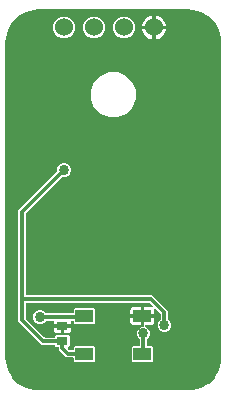
<source format=gbr>
G04 EAGLE Gerber RS-274X export*
G75*
%MOMM*%
%FSLAX34Y34*%
%LPD*%
%INBottom Copper*%
%IPPOS*%
%AMOC8*
5,1,8,0,0,1.08239X$1,22.5*%
G01*
%ADD10R,1.500000X1.000000*%
%ADD11R,0.900000X0.700000*%
%ADD12C,1.524000*%
%ADD13C,0.855600*%
%ADD14C,0.304800*%

G36*
X158769Y3814D02*
X158769Y3814D01*
X158800Y3812D01*
X162347Y4045D01*
X162370Y4050D01*
X162494Y4069D01*
X169348Y5905D01*
X169362Y5912D01*
X169378Y5914D01*
X169531Y5982D01*
X175676Y9529D01*
X175688Y9539D01*
X175702Y9545D01*
X175833Y9650D01*
X180850Y14667D01*
X180859Y14680D01*
X180872Y14689D01*
X180950Y14795D01*
X180955Y14801D01*
X180958Y14806D01*
X180971Y14824D01*
X184518Y20969D01*
X184524Y20984D01*
X184534Y20996D01*
X184595Y21152D01*
X186431Y28006D01*
X186433Y28029D01*
X186455Y28153D01*
X186688Y31700D01*
X186686Y31719D01*
X186689Y31750D01*
X186689Y298450D01*
X186686Y298469D01*
X186688Y298500D01*
X186455Y302047D01*
X186450Y302070D01*
X186431Y302194D01*
X184595Y309048D01*
X184588Y309062D01*
X184586Y309078D01*
X184518Y309231D01*
X180971Y315376D01*
X180961Y315388D01*
X180955Y315402D01*
X180850Y315533D01*
X175833Y320550D01*
X175820Y320559D01*
X175811Y320572D01*
X175676Y320671D01*
X169531Y324218D01*
X169516Y324224D01*
X169504Y324234D01*
X169348Y324295D01*
X162494Y326131D01*
X162471Y326133D01*
X162347Y326155D01*
X158800Y326388D01*
X158781Y326386D01*
X158750Y326389D01*
X31750Y326389D01*
X31731Y326386D01*
X31700Y326388D01*
X28153Y326155D01*
X28130Y326150D01*
X28006Y326131D01*
X21152Y324295D01*
X21138Y324288D01*
X21122Y324286D01*
X20969Y324218D01*
X14824Y320671D01*
X14812Y320661D01*
X14798Y320655D01*
X14667Y320550D01*
X9650Y315533D01*
X9641Y315520D01*
X9628Y315511D01*
X9529Y315376D01*
X5982Y309231D01*
X5976Y309217D01*
X5966Y309204D01*
X5913Y309068D01*
X5908Y309056D01*
X5907Y309052D01*
X5905Y309048D01*
X4069Y302194D01*
X4067Y302171D01*
X4045Y302047D01*
X3812Y298500D01*
X3814Y298481D01*
X3811Y298450D01*
X3811Y31750D01*
X3814Y31732D01*
X3812Y31700D01*
X4045Y28153D01*
X4050Y28130D01*
X4069Y28006D01*
X5905Y21152D01*
X5912Y21138D01*
X5914Y21122D01*
X5950Y21041D01*
X5950Y21040D01*
X5951Y21038D01*
X5982Y20969D01*
X9529Y14824D01*
X9539Y14812D01*
X9545Y14798D01*
X9592Y14739D01*
X9593Y14738D01*
X9650Y14667D01*
X14667Y9650D01*
X14680Y9641D01*
X14689Y9628D01*
X14824Y9529D01*
X20969Y5982D01*
X20983Y5976D01*
X20996Y5966D01*
X21152Y5905D01*
X28006Y4069D01*
X28029Y4067D01*
X28153Y4045D01*
X31700Y3812D01*
X31719Y3814D01*
X31750Y3811D01*
X158750Y3811D01*
X158769Y3814D01*
G37*
%LPC*%
G36*
X62618Y28275D02*
X62618Y28275D01*
X61725Y29168D01*
X61725Y30990D01*
X61722Y31010D01*
X61724Y31029D01*
X61702Y31131D01*
X61686Y31233D01*
X61676Y31250D01*
X61672Y31270D01*
X61619Y31359D01*
X61570Y31450D01*
X61556Y31464D01*
X61546Y31481D01*
X61467Y31548D01*
X61392Y31620D01*
X61374Y31628D01*
X61359Y31641D01*
X61263Y31680D01*
X61169Y31723D01*
X61149Y31725D01*
X61131Y31733D01*
X60964Y31751D01*
X55377Y31751D01*
X49021Y38107D01*
X49021Y39784D01*
X49018Y39804D01*
X49020Y39823D01*
X48998Y39925D01*
X48982Y40027D01*
X48972Y40044D01*
X48968Y40064D01*
X48915Y40153D01*
X48866Y40244D01*
X48852Y40258D01*
X48842Y40275D01*
X48763Y40342D01*
X48688Y40414D01*
X48670Y40422D01*
X48655Y40435D01*
X48559Y40474D01*
X48465Y40517D01*
X48445Y40519D01*
X48427Y40527D01*
X48260Y40545D01*
X46938Y40545D01*
X46045Y41438D01*
X46045Y41760D01*
X46042Y41780D01*
X46044Y41799D01*
X46022Y41901D01*
X46006Y42003D01*
X45996Y42020D01*
X45992Y42040D01*
X45939Y42129D01*
X45890Y42220D01*
X45876Y42234D01*
X45866Y42251D01*
X45787Y42318D01*
X45712Y42390D01*
X45694Y42398D01*
X45679Y42411D01*
X45583Y42450D01*
X45489Y42493D01*
X45469Y42495D01*
X45451Y42503D01*
X45284Y42521D01*
X34447Y42521D01*
X14731Y62237D01*
X14731Y156203D01*
X47314Y188786D01*
X47367Y188860D01*
X47427Y188929D01*
X47439Y188959D01*
X47458Y188986D01*
X47485Y189073D01*
X47519Y189157D01*
X47523Y189198D01*
X47530Y189221D01*
X47529Y189253D01*
X47537Y189324D01*
X47537Y191654D01*
X48421Y193787D01*
X50053Y195419D01*
X52186Y196303D01*
X54494Y196303D01*
X56627Y195419D01*
X58259Y193787D01*
X59143Y191654D01*
X59143Y189346D01*
X58259Y187213D01*
X56627Y185581D01*
X54494Y184697D01*
X52164Y184697D01*
X52074Y184683D01*
X51983Y184675D01*
X51953Y184663D01*
X51921Y184658D01*
X51841Y184615D01*
X51757Y184579D01*
X51725Y184553D01*
X51704Y184542D01*
X51682Y184519D01*
X51626Y184474D01*
X21052Y153900D01*
X20999Y153826D01*
X20939Y153757D01*
X20927Y153727D01*
X20908Y153700D01*
X20881Y153613D01*
X20847Y153529D01*
X20843Y153488D01*
X20836Y153465D01*
X20837Y153433D01*
X20829Y153362D01*
X20829Y85090D01*
X20832Y85070D01*
X20830Y85051D01*
X20852Y84949D01*
X20868Y84847D01*
X20878Y84830D01*
X20882Y84810D01*
X20935Y84721D01*
X20984Y84630D01*
X20998Y84616D01*
X21008Y84599D01*
X21087Y84532D01*
X21162Y84460D01*
X21180Y84452D01*
X21195Y84439D01*
X21291Y84400D01*
X21385Y84357D01*
X21405Y84355D01*
X21423Y84347D01*
X21590Y84329D01*
X128263Y84329D01*
X141479Y71113D01*
X141479Y64401D01*
X141493Y64311D01*
X141501Y64220D01*
X141513Y64190D01*
X141518Y64158D01*
X141561Y64077D01*
X141597Y63994D01*
X141623Y63961D01*
X141634Y63941D01*
X141657Y63919D01*
X141702Y63863D01*
X143349Y62215D01*
X144233Y60082D01*
X144233Y57774D01*
X143349Y55641D01*
X141717Y54009D01*
X139584Y53125D01*
X137276Y53125D01*
X135143Y54009D01*
X133511Y55641D01*
X132627Y57774D01*
X132627Y60082D01*
X133511Y62215D01*
X135158Y63863D01*
X135211Y63937D01*
X135271Y64006D01*
X135283Y64036D01*
X135302Y64062D01*
X135329Y64149D01*
X135363Y64234D01*
X135367Y64275D01*
X135374Y64297D01*
X135373Y64330D01*
X135381Y64401D01*
X135381Y68272D01*
X135367Y68362D01*
X135359Y68453D01*
X135347Y68483D01*
X135342Y68515D01*
X135299Y68595D01*
X135263Y68679D01*
X135237Y68711D01*
X135226Y68732D01*
X135203Y68754D01*
X135158Y68810D01*
X131052Y72917D01*
X131013Y72945D01*
X130980Y72980D01*
X130914Y73016D01*
X130852Y73060D01*
X130806Y73074D01*
X130764Y73097D01*
X130689Y73110D01*
X130617Y73133D01*
X130569Y73131D01*
X130522Y73140D01*
X130447Y73128D01*
X130371Y73126D01*
X130326Y73110D01*
X130279Y73102D01*
X130211Y73068D01*
X130140Y73042D01*
X130103Y73012D01*
X130060Y72990D01*
X130007Y72935D01*
X129948Y72888D01*
X129922Y72848D01*
X129889Y72813D01*
X129856Y72745D01*
X129815Y72681D01*
X129803Y72635D01*
X129783Y72591D01*
X129773Y72516D01*
X129755Y72443D01*
X129759Y72395D01*
X129753Y72347D01*
X129772Y72219D01*
X129774Y72197D01*
X129777Y72191D01*
X129778Y72181D01*
X129791Y72134D01*
X129791Y68323D01*
X121273Y68323D01*
X121273Y74341D01*
X127584Y74341D01*
X127631Y74328D01*
X127679Y74323D01*
X127725Y74309D01*
X127801Y74311D01*
X127876Y74304D01*
X127923Y74314D01*
X127971Y74316D01*
X128042Y74342D01*
X128116Y74359D01*
X128157Y74384D01*
X128202Y74400D01*
X128261Y74447D01*
X128326Y74487D01*
X128356Y74524D01*
X128394Y74554D01*
X128435Y74618D01*
X128483Y74676D01*
X128501Y74720D01*
X128527Y74761D01*
X128545Y74834D01*
X128573Y74905D01*
X128575Y74953D01*
X128587Y74999D01*
X128581Y75075D01*
X128585Y75150D01*
X128572Y75197D01*
X128568Y75244D01*
X128538Y75314D01*
X128517Y75387D01*
X128490Y75427D01*
X128471Y75471D01*
X128391Y75571D01*
X128378Y75590D01*
X128373Y75594D01*
X128367Y75602D01*
X125960Y78008D01*
X125886Y78061D01*
X125817Y78121D01*
X125787Y78133D01*
X125760Y78152D01*
X125673Y78179D01*
X125589Y78213D01*
X125548Y78217D01*
X125525Y78224D01*
X125493Y78223D01*
X125422Y78231D01*
X21590Y78231D01*
X21570Y78228D01*
X21551Y78230D01*
X21449Y78208D01*
X21347Y78192D01*
X21330Y78182D01*
X21310Y78178D01*
X21221Y78125D01*
X21130Y78076D01*
X21116Y78062D01*
X21099Y78052D01*
X21032Y77973D01*
X20960Y77898D01*
X20952Y77880D01*
X20939Y77865D01*
X20900Y77769D01*
X20857Y77675D01*
X20855Y77655D01*
X20847Y77637D01*
X20829Y77470D01*
X20829Y65078D01*
X20843Y64988D01*
X20851Y64897D01*
X20863Y64867D01*
X20868Y64835D01*
X20911Y64755D01*
X20947Y64671D01*
X20973Y64639D01*
X20984Y64618D01*
X21007Y64596D01*
X21052Y64540D01*
X36750Y48842D01*
X36824Y48789D01*
X36893Y48729D01*
X36923Y48717D01*
X36950Y48698D01*
X37037Y48671D01*
X37121Y48637D01*
X37162Y48633D01*
X37185Y48626D01*
X37217Y48627D01*
X37288Y48619D01*
X45284Y48619D01*
X45304Y48622D01*
X45323Y48620D01*
X45425Y48642D01*
X45527Y48658D01*
X45544Y48668D01*
X45564Y48672D01*
X45653Y48725D01*
X45744Y48774D01*
X45758Y48788D01*
X45775Y48798D01*
X45842Y48877D01*
X45914Y48952D01*
X45922Y48970D01*
X45935Y48985D01*
X45974Y49081D01*
X46017Y49175D01*
X46019Y49195D01*
X46027Y49213D01*
X46045Y49380D01*
X46045Y49702D01*
X46938Y50595D01*
X57202Y50595D01*
X58095Y49702D01*
X58095Y41438D01*
X57202Y40545D01*
X57044Y40545D01*
X56973Y40534D01*
X56902Y40532D01*
X56853Y40514D01*
X56801Y40506D01*
X56738Y40472D01*
X56671Y40447D01*
X56630Y40415D01*
X56584Y40390D01*
X56535Y40338D01*
X56479Y40294D01*
X56450Y40250D01*
X56415Y40212D01*
X56384Y40147D01*
X56346Y40087D01*
X56333Y40036D01*
X56311Y39989D01*
X56303Y39918D01*
X56286Y39848D01*
X56290Y39796D01*
X56284Y39745D01*
X56299Y39674D01*
X56305Y39603D01*
X56325Y39555D01*
X56336Y39504D01*
X56373Y39443D01*
X56401Y39377D01*
X56446Y39321D01*
X56462Y39293D01*
X56480Y39278D01*
X56506Y39246D01*
X57680Y38072D01*
X57754Y38019D01*
X57823Y37959D01*
X57853Y37947D01*
X57880Y37928D01*
X57967Y37901D01*
X58051Y37867D01*
X58092Y37863D01*
X58115Y37856D01*
X58147Y37857D01*
X58218Y37849D01*
X60964Y37849D01*
X60984Y37852D01*
X61003Y37850D01*
X61105Y37872D01*
X61207Y37888D01*
X61224Y37898D01*
X61244Y37902D01*
X61333Y37955D01*
X61424Y38004D01*
X61438Y38018D01*
X61455Y38028D01*
X61522Y38107D01*
X61594Y38182D01*
X61602Y38200D01*
X61615Y38215D01*
X61654Y38311D01*
X61697Y38405D01*
X61699Y38425D01*
X61707Y38443D01*
X61725Y38610D01*
X61725Y40432D01*
X62618Y41325D01*
X78882Y41325D01*
X79775Y40432D01*
X79775Y29168D01*
X78882Y28275D01*
X62618Y28275D01*
G37*
%LPD*%
%LPC*%
G36*
X91461Y234949D02*
X91461Y234949D01*
X84459Y237850D01*
X79100Y243209D01*
X76199Y250211D01*
X76199Y257789D01*
X79100Y264791D01*
X84459Y270150D01*
X91461Y273051D01*
X99039Y273051D01*
X106041Y270150D01*
X111400Y264791D01*
X114301Y257789D01*
X114301Y250211D01*
X111400Y243209D01*
X106041Y237850D01*
X99039Y234949D01*
X91461Y234949D01*
G37*
%LPD*%
%LPC*%
G36*
X52069Y58569D02*
X52069Y58569D01*
X52069Y59332D01*
X52066Y59352D01*
X52068Y59371D01*
X52046Y59473D01*
X52029Y59575D01*
X52020Y59592D01*
X52016Y59612D01*
X51963Y59701D01*
X51914Y59792D01*
X51900Y59806D01*
X51890Y59823D01*
X51811Y59890D01*
X51736Y59961D01*
X51718Y59970D01*
X51703Y59983D01*
X51607Y60022D01*
X51513Y60065D01*
X51493Y60067D01*
X51475Y60075D01*
X51308Y60093D01*
X45029Y60093D01*
X45029Y62230D01*
X45026Y62250D01*
X45028Y62269D01*
X45006Y62371D01*
X44990Y62473D01*
X44980Y62490D01*
X44976Y62510D01*
X44923Y62599D01*
X44874Y62690D01*
X44860Y62704D01*
X44850Y62721D01*
X44771Y62788D01*
X44696Y62860D01*
X44678Y62868D01*
X44663Y62881D01*
X44567Y62920D01*
X44473Y62963D01*
X44453Y62965D01*
X44435Y62973D01*
X44268Y62991D01*
X38493Y62991D01*
X38403Y62977D01*
X38312Y62969D01*
X38282Y62957D01*
X38250Y62952D01*
X38169Y62909D01*
X38086Y62873D01*
X38053Y62847D01*
X38033Y62836D01*
X38011Y62813D01*
X37955Y62768D01*
X36307Y61121D01*
X34174Y60237D01*
X31866Y60237D01*
X29733Y61121D01*
X28101Y62753D01*
X27217Y64886D01*
X27217Y67194D01*
X28101Y69327D01*
X29733Y70959D01*
X31866Y71843D01*
X34174Y71843D01*
X36307Y70959D01*
X37955Y69312D01*
X38029Y69259D01*
X38098Y69199D01*
X38128Y69187D01*
X38154Y69168D01*
X38241Y69141D01*
X38326Y69107D01*
X38367Y69103D01*
X38389Y69096D01*
X38422Y69097D01*
X38493Y69089D01*
X60964Y69089D01*
X60984Y69092D01*
X61003Y69090D01*
X61105Y69112D01*
X61207Y69128D01*
X61224Y69138D01*
X61244Y69142D01*
X61333Y69195D01*
X61424Y69244D01*
X61438Y69258D01*
X61455Y69268D01*
X61522Y69347D01*
X61594Y69422D01*
X61602Y69440D01*
X61615Y69455D01*
X61654Y69551D01*
X61697Y69645D01*
X61699Y69665D01*
X61707Y69683D01*
X61725Y69850D01*
X61725Y72432D01*
X62618Y73325D01*
X78882Y73325D01*
X79775Y72432D01*
X79775Y61168D01*
X78882Y60275D01*
X62618Y60275D01*
X61725Y61168D01*
X61725Y62230D01*
X61722Y62250D01*
X61724Y62269D01*
X61702Y62371D01*
X61686Y62473D01*
X61676Y62490D01*
X61672Y62510D01*
X61619Y62599D01*
X61570Y62690D01*
X61556Y62704D01*
X61546Y62721D01*
X61467Y62788D01*
X61392Y62860D01*
X61374Y62868D01*
X61359Y62881D01*
X61263Y62920D01*
X61169Y62963D01*
X61149Y62965D01*
X61131Y62973D01*
X60964Y62991D01*
X59872Y62991D01*
X59852Y62988D01*
X59833Y62990D01*
X59731Y62968D01*
X59629Y62952D01*
X59612Y62942D01*
X59592Y62938D01*
X59503Y62885D01*
X59412Y62836D01*
X59398Y62822D01*
X59381Y62812D01*
X59314Y62733D01*
X59242Y62658D01*
X59234Y62640D01*
X59221Y62625D01*
X59182Y62529D01*
X59139Y62435D01*
X59137Y62415D01*
X59129Y62397D01*
X59111Y62230D01*
X59111Y60093D01*
X52832Y60093D01*
X52812Y60090D01*
X52793Y60092D01*
X52691Y60070D01*
X52589Y60053D01*
X52572Y60044D01*
X52552Y60040D01*
X52463Y59987D01*
X52372Y59938D01*
X52358Y59924D01*
X52341Y59914D01*
X52274Y59835D01*
X52203Y59760D01*
X52194Y59742D01*
X52181Y59727D01*
X52142Y59631D01*
X52099Y59537D01*
X52097Y59517D01*
X52089Y59499D01*
X52071Y59332D01*
X52071Y58569D01*
X52069Y58569D01*
G37*
%LPD*%
%LPC*%
G36*
X111618Y28275D02*
X111618Y28275D01*
X110725Y29168D01*
X110725Y40432D01*
X111618Y41325D01*
X116840Y41325D01*
X116860Y41328D01*
X116879Y41326D01*
X116981Y41348D01*
X117083Y41364D01*
X117100Y41374D01*
X117120Y41378D01*
X117209Y41431D01*
X117300Y41480D01*
X117314Y41494D01*
X117331Y41504D01*
X117398Y41583D01*
X117470Y41658D01*
X117478Y41676D01*
X117491Y41691D01*
X117530Y41787D01*
X117573Y41881D01*
X117575Y41901D01*
X117583Y41919D01*
X117601Y42086D01*
X117601Y46597D01*
X117587Y46687D01*
X117579Y46778D01*
X117567Y46808D01*
X117562Y46840D01*
X117519Y46921D01*
X117483Y47004D01*
X117457Y47037D01*
X117446Y47057D01*
X117423Y47079D01*
X117378Y47135D01*
X115731Y48783D01*
X114847Y50916D01*
X114847Y53224D01*
X115731Y55357D01*
X117363Y56989D01*
X119496Y57873D01*
X120512Y57873D01*
X120532Y57876D01*
X120551Y57874D01*
X120653Y57896D01*
X120755Y57912D01*
X120772Y57922D01*
X120792Y57926D01*
X120881Y57979D01*
X120972Y58028D01*
X120986Y58042D01*
X121003Y58052D01*
X121070Y58131D01*
X121141Y58206D01*
X121150Y58224D01*
X121163Y58239D01*
X121202Y58335D01*
X121245Y58429D01*
X121247Y58449D01*
X121255Y58467D01*
X121273Y58634D01*
X121273Y65277D01*
X129791Y65277D01*
X129791Y61465D01*
X129618Y60819D01*
X129283Y60240D01*
X128810Y59767D01*
X128231Y59432D01*
X127584Y59259D01*
X122284Y59259D01*
X122188Y59244D01*
X122091Y59234D01*
X122067Y59224D01*
X122041Y59220D01*
X121955Y59174D01*
X121866Y59134D01*
X121847Y59117D01*
X121824Y59104D01*
X121757Y59034D01*
X121685Y58968D01*
X121672Y58945D01*
X121654Y58926D01*
X121613Y58838D01*
X121566Y58752D01*
X121562Y58727D01*
X121551Y58703D01*
X121540Y58606D01*
X121523Y58510D01*
X121527Y58484D01*
X121524Y58459D01*
X121544Y58363D01*
X121558Y58267D01*
X121570Y58244D01*
X121576Y58218D01*
X121626Y58135D01*
X121670Y58048D01*
X121689Y58029D01*
X121702Y58007D01*
X121776Y57944D01*
X121846Y57876D01*
X121874Y57860D01*
X121889Y57847D01*
X121920Y57835D01*
X121993Y57795D01*
X123937Y56989D01*
X125569Y55357D01*
X126453Y53224D01*
X126453Y50916D01*
X125569Y48783D01*
X123922Y47135D01*
X123869Y47061D01*
X123809Y46992D01*
X123797Y46962D01*
X123778Y46936D01*
X123751Y46849D01*
X123717Y46764D01*
X123713Y46723D01*
X123706Y46701D01*
X123707Y46668D01*
X123699Y46597D01*
X123699Y42086D01*
X123702Y42066D01*
X123700Y42047D01*
X123722Y41945D01*
X123738Y41843D01*
X123748Y41826D01*
X123752Y41806D01*
X123805Y41717D01*
X123854Y41626D01*
X123868Y41612D01*
X123878Y41595D01*
X123957Y41528D01*
X124032Y41456D01*
X124050Y41448D01*
X124065Y41435D01*
X124161Y41396D01*
X124255Y41353D01*
X124275Y41351D01*
X124293Y41343D01*
X124460Y41325D01*
X127882Y41325D01*
X128775Y40432D01*
X128775Y29168D01*
X127882Y28275D01*
X111618Y28275D01*
G37*
%LPD*%
%LPC*%
G36*
X102321Y302005D02*
X102321Y302005D01*
X98960Y303397D01*
X96387Y305970D01*
X94995Y309331D01*
X94995Y312969D01*
X96387Y316330D01*
X98960Y318903D01*
X102321Y320295D01*
X105959Y320295D01*
X109320Y318903D01*
X111893Y316330D01*
X113285Y312969D01*
X113285Y309331D01*
X111893Y305970D01*
X109320Y303397D01*
X105959Y302005D01*
X102321Y302005D01*
G37*
%LPD*%
%LPC*%
G36*
X76921Y302005D02*
X76921Y302005D01*
X73560Y303397D01*
X70987Y305970D01*
X69595Y309331D01*
X69595Y312969D01*
X70987Y316330D01*
X73560Y318903D01*
X76921Y320295D01*
X80559Y320295D01*
X83920Y318903D01*
X86493Y316330D01*
X87885Y312969D01*
X87885Y309331D01*
X86493Y305970D01*
X83920Y303397D01*
X80559Y302005D01*
X76921Y302005D01*
G37*
%LPD*%
%LPC*%
G36*
X51521Y302005D02*
X51521Y302005D01*
X48160Y303397D01*
X45587Y305970D01*
X44195Y309331D01*
X44195Y312969D01*
X45587Y316330D01*
X48160Y318903D01*
X51521Y320295D01*
X55159Y320295D01*
X58520Y318903D01*
X61093Y316330D01*
X62485Y312969D01*
X62485Y309331D01*
X61093Y305970D01*
X58520Y303397D01*
X55159Y302005D01*
X51521Y302005D01*
G37*
%LPD*%
%LPC*%
G36*
X131063Y312673D02*
X131063Y312673D01*
X131063Y321196D01*
X131919Y321061D01*
X133440Y320566D01*
X134865Y319840D01*
X136159Y318900D01*
X137290Y317769D01*
X138230Y316475D01*
X138956Y315050D01*
X139451Y313529D01*
X139586Y312673D01*
X131063Y312673D01*
G37*
%LPD*%
%LPC*%
G36*
X119494Y312673D02*
X119494Y312673D01*
X119629Y313529D01*
X120124Y315050D01*
X120850Y316475D01*
X121790Y317769D01*
X122921Y318900D01*
X124215Y319840D01*
X125640Y320566D01*
X127161Y321061D01*
X128017Y321196D01*
X128017Y312673D01*
X119494Y312673D01*
G37*
%LPD*%
%LPC*%
G36*
X131063Y309627D02*
X131063Y309627D01*
X139586Y309627D01*
X139451Y308771D01*
X138956Y307250D01*
X138230Y305825D01*
X137290Y304531D01*
X136159Y303400D01*
X134865Y302460D01*
X133440Y301734D01*
X131919Y301239D01*
X131063Y301104D01*
X131063Y309627D01*
G37*
%LPD*%
%LPC*%
G36*
X127161Y301239D02*
X127161Y301239D01*
X125640Y301734D01*
X124215Y302460D01*
X122921Y303400D01*
X121790Y304531D01*
X120850Y305825D01*
X120124Y307250D01*
X119629Y308771D01*
X119494Y309627D01*
X128017Y309627D01*
X128017Y301104D01*
X127161Y301239D01*
G37*
%LPD*%
%LPC*%
G36*
X109709Y68323D02*
X109709Y68323D01*
X109709Y72134D01*
X109882Y72781D01*
X110217Y73360D01*
X110690Y73833D01*
X111269Y74168D01*
X111916Y74341D01*
X118227Y74341D01*
X118227Y68323D01*
X109709Y68323D01*
G37*
%LPD*%
%LPC*%
G36*
X111916Y59259D02*
X111916Y59259D01*
X111269Y59432D01*
X110690Y59767D01*
X110217Y60240D01*
X109882Y60819D01*
X109709Y61466D01*
X109709Y65277D01*
X118227Y65277D01*
X118227Y59259D01*
X111916Y59259D01*
G37*
%LPD*%
%LPC*%
G36*
X53593Y57047D02*
X53593Y57047D01*
X59111Y57047D01*
X59111Y54735D01*
X58938Y54089D01*
X58603Y53510D01*
X58130Y53037D01*
X57551Y52702D01*
X56904Y52529D01*
X53593Y52529D01*
X53593Y57047D01*
G37*
%LPD*%
%LPC*%
G36*
X47236Y52529D02*
X47236Y52529D01*
X46589Y52702D01*
X46010Y53037D01*
X45537Y53510D01*
X45202Y54089D01*
X45029Y54736D01*
X45029Y57047D01*
X50547Y57047D01*
X50547Y52529D01*
X47236Y52529D01*
G37*
%LPD*%
%LPC*%
G36*
X129539Y311149D02*
X129539Y311149D01*
X129539Y311151D01*
X129541Y311151D01*
X129541Y311149D01*
X129539Y311149D01*
G37*
%LPD*%
%LPC*%
G36*
X119749Y66799D02*
X119749Y66799D01*
X119749Y66801D01*
X119751Y66801D01*
X119751Y66799D01*
X119749Y66799D01*
G37*
%LPD*%
D10*
X70750Y34800D03*
X70750Y66800D03*
X119750Y66800D03*
X119750Y34800D03*
D11*
X52070Y45570D03*
X52070Y58570D03*
D12*
X129540Y311150D03*
X104140Y311150D03*
X78740Y311150D03*
X53340Y311150D03*
D13*
X56134Y142748D03*
X145034Y119888D03*
X94234Y51308D03*
X170434Y41148D03*
X53340Y190500D03*
X138430Y58928D03*
D14*
X52070Y45570D02*
X52070Y39370D01*
X56640Y34800D02*
X70750Y34800D01*
X56640Y34800D02*
X52070Y39370D01*
X17780Y154940D02*
X53340Y190500D01*
X52070Y45570D02*
X35710Y45570D01*
X17780Y81280D02*
X17780Y154940D01*
X17780Y81280D02*
X17780Y63500D01*
X35710Y45570D01*
X138430Y58928D02*
X138430Y69850D01*
X127000Y81280D02*
X17780Y81280D01*
X127000Y81280D02*
X138430Y69850D01*
D13*
X33020Y66040D03*
D14*
X69990Y66040D01*
X70750Y66800D01*
X119750Y34800D02*
X120650Y35700D01*
X120650Y52070D01*
D13*
X120650Y52070D03*
M02*

</source>
